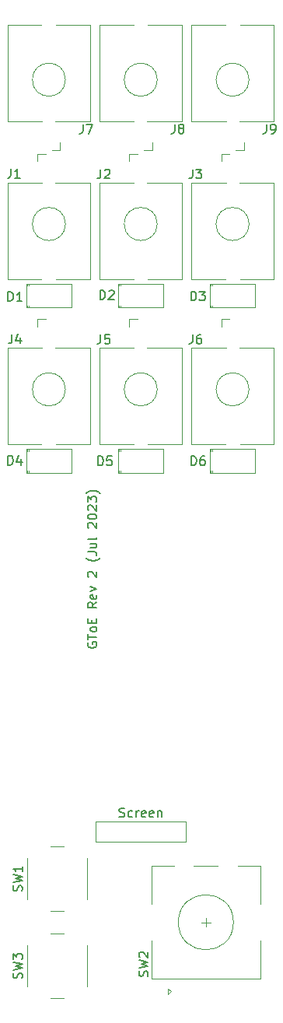
<source format=gbr>
%TF.GenerationSoftware,KiCad,Pcbnew,6.0.11-2627ca5db0~126~ubuntu22.04.1*%
%TF.CreationDate,2023-07-09T22:08:17+03:00*%
%TF.ProjectId,gtoe,67746f65-2e6b-4696-9361-645f70636258,rev?*%
%TF.SameCoordinates,Original*%
%TF.FileFunction,Legend,Top*%
%TF.FilePolarity,Positive*%
%FSLAX46Y46*%
G04 Gerber Fmt 4.6, Leading zero omitted, Abs format (unit mm)*
G04 Created by KiCad (PCBNEW 6.0.11-2627ca5db0~126~ubuntu22.04.1) date 2023-07-09 22:08:17*
%MOMM*%
%LPD*%
G01*
G04 APERTURE LIST*
%ADD10C,0.150000*%
%ADD11C,0.120000*%
G04 APERTURE END LIST*
D10*
X109050000Y-107550000D02*
X109002380Y-107645238D01*
X109002380Y-107788095D01*
X109050000Y-107930952D01*
X109145238Y-108026190D01*
X109240476Y-108073809D01*
X109430952Y-108121428D01*
X109573809Y-108121428D01*
X109764285Y-108073809D01*
X109859523Y-108026190D01*
X109954761Y-107930952D01*
X110002380Y-107788095D01*
X110002380Y-107692857D01*
X109954761Y-107550000D01*
X109907142Y-107502380D01*
X109573809Y-107502380D01*
X109573809Y-107692857D01*
X109002380Y-107216666D02*
X109002380Y-106645238D01*
X110002380Y-106930952D02*
X109002380Y-106930952D01*
X110002380Y-106169047D02*
X109954761Y-106264285D01*
X109907142Y-106311904D01*
X109811904Y-106359523D01*
X109526190Y-106359523D01*
X109430952Y-106311904D01*
X109383333Y-106264285D01*
X109335714Y-106169047D01*
X109335714Y-106026190D01*
X109383333Y-105930952D01*
X109430952Y-105883333D01*
X109526190Y-105835714D01*
X109811904Y-105835714D01*
X109907142Y-105883333D01*
X109954761Y-105930952D01*
X110002380Y-106026190D01*
X110002380Y-106169047D01*
X109478571Y-105407142D02*
X109478571Y-105073809D01*
X110002380Y-104930952D02*
X110002380Y-105407142D01*
X109002380Y-105407142D01*
X109002380Y-104930952D01*
X110002380Y-103169047D02*
X109526190Y-103502380D01*
X110002380Y-103740476D02*
X109002380Y-103740476D01*
X109002380Y-103359523D01*
X109050000Y-103264285D01*
X109097619Y-103216666D01*
X109192857Y-103169047D01*
X109335714Y-103169047D01*
X109430952Y-103216666D01*
X109478571Y-103264285D01*
X109526190Y-103359523D01*
X109526190Y-103740476D01*
X109954761Y-102359523D02*
X110002380Y-102454761D01*
X110002380Y-102645238D01*
X109954761Y-102740476D01*
X109859523Y-102788095D01*
X109478571Y-102788095D01*
X109383333Y-102740476D01*
X109335714Y-102645238D01*
X109335714Y-102454761D01*
X109383333Y-102359523D01*
X109478571Y-102311904D01*
X109573809Y-102311904D01*
X109669047Y-102788095D01*
X109335714Y-101978571D02*
X110002380Y-101740476D01*
X109335714Y-101502380D01*
X109097619Y-100407142D02*
X109050000Y-100359523D01*
X109002380Y-100264285D01*
X109002380Y-100026190D01*
X109050000Y-99930952D01*
X109097619Y-99883333D01*
X109192857Y-99835714D01*
X109288095Y-99835714D01*
X109430952Y-99883333D01*
X110002380Y-100454761D01*
X110002380Y-99835714D01*
X110383333Y-98359523D02*
X110335714Y-98407142D01*
X110192857Y-98502380D01*
X110097619Y-98550000D01*
X109954761Y-98597619D01*
X109716666Y-98645238D01*
X109526190Y-98645238D01*
X109288095Y-98597619D01*
X109145238Y-98550000D01*
X109050000Y-98502380D01*
X108907142Y-98407142D01*
X108859523Y-98359523D01*
X109002380Y-97692857D02*
X109716666Y-97692857D01*
X109859523Y-97740476D01*
X109954761Y-97835714D01*
X110002380Y-97978571D01*
X110002380Y-98073809D01*
X109335714Y-96788095D02*
X110002380Y-96788095D01*
X109335714Y-97216666D02*
X109859523Y-97216666D01*
X109954761Y-97169047D01*
X110002380Y-97073809D01*
X110002380Y-96930952D01*
X109954761Y-96835714D01*
X109907142Y-96788095D01*
X110002380Y-96169047D02*
X109954761Y-96264285D01*
X109859523Y-96311904D01*
X109002380Y-96311904D01*
X109097619Y-95073809D02*
X109050000Y-95026190D01*
X109002380Y-94930952D01*
X109002380Y-94692857D01*
X109050000Y-94597619D01*
X109097619Y-94550000D01*
X109192857Y-94502380D01*
X109288095Y-94502380D01*
X109430952Y-94550000D01*
X110002380Y-95121428D01*
X110002380Y-94502380D01*
X109002380Y-93883333D02*
X109002380Y-93788095D01*
X109050000Y-93692857D01*
X109097619Y-93645238D01*
X109192857Y-93597619D01*
X109383333Y-93550000D01*
X109621428Y-93550000D01*
X109811904Y-93597619D01*
X109907142Y-93645238D01*
X109954761Y-93692857D01*
X110002380Y-93788095D01*
X110002380Y-93883333D01*
X109954761Y-93978571D01*
X109907142Y-94026190D01*
X109811904Y-94073809D01*
X109621428Y-94121428D01*
X109383333Y-94121428D01*
X109192857Y-94073809D01*
X109097619Y-94026190D01*
X109050000Y-93978571D01*
X109002380Y-93883333D01*
X109097619Y-93169047D02*
X109050000Y-93121428D01*
X109002380Y-93026190D01*
X109002380Y-92788095D01*
X109050000Y-92692857D01*
X109097619Y-92645238D01*
X109192857Y-92597619D01*
X109288095Y-92597619D01*
X109430952Y-92645238D01*
X110002380Y-93216666D01*
X110002380Y-92597619D01*
X109002380Y-92264285D02*
X109002380Y-91645238D01*
X109383333Y-91978571D01*
X109383333Y-91835714D01*
X109430952Y-91740476D01*
X109478571Y-91692857D01*
X109573809Y-91645238D01*
X109811904Y-91645238D01*
X109907142Y-91692857D01*
X109954761Y-91740476D01*
X110002380Y-91835714D01*
X110002380Y-92121428D01*
X109954761Y-92216666D01*
X109907142Y-92264285D01*
X110383333Y-91311904D02*
X110335714Y-91264285D01*
X110192857Y-91169047D01*
X110097619Y-91121428D01*
X109954761Y-91073809D01*
X109716666Y-91026190D01*
X109526190Y-91026190D01*
X109288095Y-91073809D01*
X109145238Y-91121428D01*
X109050000Y-91169047D01*
X108907142Y-91264285D01*
X108859523Y-91311904D01*
%TO.C,J9*%
X128496666Y-51152380D02*
X128496666Y-51866666D01*
X128449047Y-52009523D01*
X128353809Y-52104761D01*
X128210952Y-52152380D01*
X128115714Y-52152380D01*
X129020476Y-52152380D02*
X129210952Y-52152380D01*
X129306190Y-52104761D01*
X129353809Y-52057142D01*
X129449047Y-51914285D01*
X129496666Y-51723809D01*
X129496666Y-51342857D01*
X129449047Y-51247619D01*
X129401428Y-51200000D01*
X129306190Y-51152380D01*
X129115714Y-51152380D01*
X129020476Y-51200000D01*
X128972857Y-51247619D01*
X128925238Y-51342857D01*
X128925238Y-51580952D01*
X128972857Y-51676190D01*
X129020476Y-51723809D01*
X129115714Y-51771428D01*
X129306190Y-51771428D01*
X129401428Y-51723809D01*
X129449047Y-51676190D01*
X129496666Y-51580952D01*
%TO.C,SW3*%
X101854761Y-144083333D02*
X101902380Y-143940476D01*
X101902380Y-143702380D01*
X101854761Y-143607142D01*
X101807142Y-143559523D01*
X101711904Y-143511904D01*
X101616666Y-143511904D01*
X101521428Y-143559523D01*
X101473809Y-143607142D01*
X101426190Y-143702380D01*
X101378571Y-143892857D01*
X101330952Y-143988095D01*
X101283333Y-144035714D01*
X101188095Y-144083333D01*
X101092857Y-144083333D01*
X100997619Y-144035714D01*
X100950000Y-143988095D01*
X100902380Y-143892857D01*
X100902380Y-143654761D01*
X100950000Y-143511904D01*
X100902380Y-143178571D02*
X101902380Y-142940476D01*
X101188095Y-142750000D01*
X101902380Y-142559523D01*
X100902380Y-142321428D01*
X100902380Y-142035714D02*
X100902380Y-141416666D01*
X101283333Y-141750000D01*
X101283333Y-141607142D01*
X101330952Y-141511904D01*
X101378571Y-141464285D01*
X101473809Y-141416666D01*
X101711904Y-141416666D01*
X101807142Y-141464285D01*
X101854761Y-141511904D01*
X101902380Y-141607142D01*
X101902380Y-141892857D01*
X101854761Y-141988095D01*
X101807142Y-142035714D01*
%TO.C,D5*%
X110161904Y-88282380D02*
X110161904Y-87282380D01*
X110400000Y-87282380D01*
X110542857Y-87330000D01*
X110638095Y-87425238D01*
X110685714Y-87520476D01*
X110733333Y-87710952D01*
X110733333Y-87853809D01*
X110685714Y-88044285D01*
X110638095Y-88139523D01*
X110542857Y-88234761D01*
X110400000Y-88282380D01*
X110161904Y-88282380D01*
X111638095Y-87282380D02*
X111161904Y-87282380D01*
X111114285Y-87758571D01*
X111161904Y-87710952D01*
X111257142Y-87663333D01*
X111495238Y-87663333D01*
X111590476Y-87710952D01*
X111638095Y-87758571D01*
X111685714Y-87853809D01*
X111685714Y-88091904D01*
X111638095Y-88187142D01*
X111590476Y-88234761D01*
X111495238Y-88282380D01*
X111257142Y-88282380D01*
X111161904Y-88234761D01*
X111114285Y-88187142D01*
%TO.C,J2*%
X110436666Y-56052380D02*
X110436666Y-56766666D01*
X110389047Y-56909523D01*
X110293809Y-57004761D01*
X110150952Y-57052380D01*
X110055714Y-57052380D01*
X110865238Y-56147619D02*
X110912857Y-56100000D01*
X111008095Y-56052380D01*
X111246190Y-56052380D01*
X111341428Y-56100000D01*
X111389047Y-56147619D01*
X111436666Y-56242857D01*
X111436666Y-56338095D01*
X111389047Y-56480952D01*
X110817619Y-57052380D01*
X111436666Y-57052380D01*
%TO.C,Screen*%
X112466666Y-126504761D02*
X112609523Y-126552380D01*
X112847619Y-126552380D01*
X112942857Y-126504761D01*
X112990476Y-126457142D01*
X113038095Y-126361904D01*
X113038095Y-126266666D01*
X112990476Y-126171428D01*
X112942857Y-126123809D01*
X112847619Y-126076190D01*
X112657142Y-126028571D01*
X112561904Y-125980952D01*
X112514285Y-125933333D01*
X112466666Y-125838095D01*
X112466666Y-125742857D01*
X112514285Y-125647619D01*
X112561904Y-125600000D01*
X112657142Y-125552380D01*
X112895238Y-125552380D01*
X113038095Y-125600000D01*
X113895238Y-126504761D02*
X113800000Y-126552380D01*
X113609523Y-126552380D01*
X113514285Y-126504761D01*
X113466666Y-126457142D01*
X113419047Y-126361904D01*
X113419047Y-126076190D01*
X113466666Y-125980952D01*
X113514285Y-125933333D01*
X113609523Y-125885714D01*
X113800000Y-125885714D01*
X113895238Y-125933333D01*
X114323809Y-126552380D02*
X114323809Y-125885714D01*
X114323809Y-126076190D02*
X114371428Y-125980952D01*
X114419047Y-125933333D01*
X114514285Y-125885714D01*
X114609523Y-125885714D01*
X115323809Y-126504761D02*
X115228571Y-126552380D01*
X115038095Y-126552380D01*
X114942857Y-126504761D01*
X114895238Y-126409523D01*
X114895238Y-126028571D01*
X114942857Y-125933333D01*
X115038095Y-125885714D01*
X115228571Y-125885714D01*
X115323809Y-125933333D01*
X115371428Y-126028571D01*
X115371428Y-126123809D01*
X114895238Y-126219047D01*
X116180952Y-126504761D02*
X116085714Y-126552380D01*
X115895238Y-126552380D01*
X115800000Y-126504761D01*
X115752380Y-126409523D01*
X115752380Y-126028571D01*
X115800000Y-125933333D01*
X115895238Y-125885714D01*
X116085714Y-125885714D01*
X116180952Y-125933333D01*
X116228571Y-126028571D01*
X116228571Y-126123809D01*
X115752380Y-126219047D01*
X116657142Y-125885714D02*
X116657142Y-126552380D01*
X116657142Y-125980952D02*
X116704761Y-125933333D01*
X116800000Y-125885714D01*
X116942857Y-125885714D01*
X117038095Y-125933333D01*
X117085714Y-126028571D01*
X117085714Y-126552380D01*
%TO.C,J5*%
X110436666Y-74052380D02*
X110436666Y-74766666D01*
X110389047Y-74909523D01*
X110293809Y-75004761D01*
X110150952Y-75052380D01*
X110055714Y-75052380D01*
X111389047Y-74052380D02*
X110912857Y-74052380D01*
X110865238Y-74528571D01*
X110912857Y-74480952D01*
X111008095Y-74433333D01*
X111246190Y-74433333D01*
X111341428Y-74480952D01*
X111389047Y-74528571D01*
X111436666Y-74623809D01*
X111436666Y-74861904D01*
X111389047Y-74957142D01*
X111341428Y-75004761D01*
X111246190Y-75052380D01*
X111008095Y-75052380D01*
X110912857Y-75004761D01*
X110865238Y-74957142D01*
%TO.C,D4*%
X100331904Y-88222380D02*
X100331904Y-87222380D01*
X100570000Y-87222380D01*
X100712857Y-87270000D01*
X100808095Y-87365238D01*
X100855714Y-87460476D01*
X100903333Y-87650952D01*
X100903333Y-87793809D01*
X100855714Y-87984285D01*
X100808095Y-88079523D01*
X100712857Y-88174761D01*
X100570000Y-88222380D01*
X100331904Y-88222380D01*
X101760476Y-87555714D02*
X101760476Y-88222380D01*
X101522380Y-87174761D02*
X101284285Y-87889047D01*
X101903333Y-87889047D01*
%TO.C,D3*%
X120281904Y-70342380D02*
X120281904Y-69342380D01*
X120520000Y-69342380D01*
X120662857Y-69390000D01*
X120758095Y-69485238D01*
X120805714Y-69580476D01*
X120853333Y-69770952D01*
X120853333Y-69913809D01*
X120805714Y-70104285D01*
X120758095Y-70199523D01*
X120662857Y-70294761D01*
X120520000Y-70342380D01*
X120281904Y-70342380D01*
X121186666Y-69342380D02*
X121805714Y-69342380D01*
X121472380Y-69723333D01*
X121615238Y-69723333D01*
X121710476Y-69770952D01*
X121758095Y-69818571D01*
X121805714Y-69913809D01*
X121805714Y-70151904D01*
X121758095Y-70247142D01*
X121710476Y-70294761D01*
X121615238Y-70342380D01*
X121329523Y-70342380D01*
X121234285Y-70294761D01*
X121186666Y-70247142D01*
%TO.C,J3*%
X120436666Y-56052380D02*
X120436666Y-56766666D01*
X120389047Y-56909523D01*
X120293809Y-57004761D01*
X120150952Y-57052380D01*
X120055714Y-57052380D01*
X120817619Y-56052380D02*
X121436666Y-56052380D01*
X121103333Y-56433333D01*
X121246190Y-56433333D01*
X121341428Y-56480952D01*
X121389047Y-56528571D01*
X121436666Y-56623809D01*
X121436666Y-56861904D01*
X121389047Y-56957142D01*
X121341428Y-57004761D01*
X121246190Y-57052380D01*
X120960476Y-57052380D01*
X120865238Y-57004761D01*
X120817619Y-56957142D01*
%TO.C,D2*%
X110371904Y-70222380D02*
X110371904Y-69222380D01*
X110610000Y-69222380D01*
X110752857Y-69270000D01*
X110848095Y-69365238D01*
X110895714Y-69460476D01*
X110943333Y-69650952D01*
X110943333Y-69793809D01*
X110895714Y-69984285D01*
X110848095Y-70079523D01*
X110752857Y-70174761D01*
X110610000Y-70222380D01*
X110371904Y-70222380D01*
X111324285Y-69317619D02*
X111371904Y-69270000D01*
X111467142Y-69222380D01*
X111705238Y-69222380D01*
X111800476Y-69270000D01*
X111848095Y-69317619D01*
X111895714Y-69412857D01*
X111895714Y-69508095D01*
X111848095Y-69650952D01*
X111276666Y-70222380D01*
X111895714Y-70222380D01*
%TO.C,SW2*%
X115554761Y-143883333D02*
X115602380Y-143740476D01*
X115602380Y-143502380D01*
X115554761Y-143407142D01*
X115507142Y-143359523D01*
X115411904Y-143311904D01*
X115316666Y-143311904D01*
X115221428Y-143359523D01*
X115173809Y-143407142D01*
X115126190Y-143502380D01*
X115078571Y-143692857D01*
X115030952Y-143788095D01*
X114983333Y-143835714D01*
X114888095Y-143883333D01*
X114792857Y-143883333D01*
X114697619Y-143835714D01*
X114650000Y-143788095D01*
X114602380Y-143692857D01*
X114602380Y-143454761D01*
X114650000Y-143311904D01*
X114602380Y-142978571D02*
X115602380Y-142740476D01*
X114888095Y-142550000D01*
X115602380Y-142359523D01*
X114602380Y-142121428D01*
X114697619Y-141788095D02*
X114650000Y-141740476D01*
X114602380Y-141645238D01*
X114602380Y-141407142D01*
X114650000Y-141311904D01*
X114697619Y-141264285D01*
X114792857Y-141216666D01*
X114888095Y-141216666D01*
X115030952Y-141264285D01*
X115602380Y-141835714D01*
X115602380Y-141216666D01*
%TO.C,J8*%
X118496666Y-51152380D02*
X118496666Y-51866666D01*
X118449047Y-52009523D01*
X118353809Y-52104761D01*
X118210952Y-52152380D01*
X118115714Y-52152380D01*
X119115714Y-51580952D02*
X119020476Y-51533333D01*
X118972857Y-51485714D01*
X118925238Y-51390476D01*
X118925238Y-51342857D01*
X118972857Y-51247619D01*
X119020476Y-51200000D01*
X119115714Y-51152380D01*
X119306190Y-51152380D01*
X119401428Y-51200000D01*
X119449047Y-51247619D01*
X119496666Y-51342857D01*
X119496666Y-51390476D01*
X119449047Y-51485714D01*
X119401428Y-51533333D01*
X119306190Y-51580952D01*
X119115714Y-51580952D01*
X119020476Y-51628571D01*
X118972857Y-51676190D01*
X118925238Y-51771428D01*
X118925238Y-51961904D01*
X118972857Y-52057142D01*
X119020476Y-52104761D01*
X119115714Y-52152380D01*
X119306190Y-52152380D01*
X119401428Y-52104761D01*
X119449047Y-52057142D01*
X119496666Y-51961904D01*
X119496666Y-51771428D01*
X119449047Y-51676190D01*
X119401428Y-51628571D01*
X119306190Y-51580952D01*
%TO.C,J6*%
X120436666Y-74052380D02*
X120436666Y-74766666D01*
X120389047Y-74909523D01*
X120293809Y-75004761D01*
X120150952Y-75052380D01*
X120055714Y-75052380D01*
X121341428Y-74052380D02*
X121150952Y-74052380D01*
X121055714Y-74100000D01*
X121008095Y-74147619D01*
X120912857Y-74290476D01*
X120865238Y-74480952D01*
X120865238Y-74861904D01*
X120912857Y-74957142D01*
X120960476Y-75004761D01*
X121055714Y-75052380D01*
X121246190Y-75052380D01*
X121341428Y-75004761D01*
X121389047Y-74957142D01*
X121436666Y-74861904D01*
X121436666Y-74623809D01*
X121389047Y-74528571D01*
X121341428Y-74480952D01*
X121246190Y-74433333D01*
X121055714Y-74433333D01*
X120960476Y-74480952D01*
X120912857Y-74528571D01*
X120865238Y-74623809D01*
%TO.C,J1*%
X100666666Y-56002380D02*
X100666666Y-56716666D01*
X100619047Y-56859523D01*
X100523809Y-56954761D01*
X100380952Y-57002380D01*
X100285714Y-57002380D01*
X101666666Y-57002380D02*
X101095238Y-57002380D01*
X101380952Y-57002380D02*
X101380952Y-56002380D01*
X101285714Y-56145238D01*
X101190476Y-56240476D01*
X101095238Y-56288095D01*
%TO.C,D6*%
X120301904Y-88262380D02*
X120301904Y-87262380D01*
X120540000Y-87262380D01*
X120682857Y-87310000D01*
X120778095Y-87405238D01*
X120825714Y-87500476D01*
X120873333Y-87690952D01*
X120873333Y-87833809D01*
X120825714Y-88024285D01*
X120778095Y-88119523D01*
X120682857Y-88214761D01*
X120540000Y-88262380D01*
X120301904Y-88262380D01*
X121730476Y-87262380D02*
X121540000Y-87262380D01*
X121444761Y-87310000D01*
X121397142Y-87357619D01*
X121301904Y-87500476D01*
X121254285Y-87690952D01*
X121254285Y-88071904D01*
X121301904Y-88167142D01*
X121349523Y-88214761D01*
X121444761Y-88262380D01*
X121635238Y-88262380D01*
X121730476Y-88214761D01*
X121778095Y-88167142D01*
X121825714Y-88071904D01*
X121825714Y-87833809D01*
X121778095Y-87738571D01*
X121730476Y-87690952D01*
X121635238Y-87643333D01*
X121444761Y-87643333D01*
X121349523Y-87690952D01*
X121301904Y-87738571D01*
X121254285Y-87833809D01*
%TO.C,D1*%
X100361904Y-70392380D02*
X100361904Y-69392380D01*
X100600000Y-69392380D01*
X100742857Y-69440000D01*
X100838095Y-69535238D01*
X100885714Y-69630476D01*
X100933333Y-69820952D01*
X100933333Y-69963809D01*
X100885714Y-70154285D01*
X100838095Y-70249523D01*
X100742857Y-70344761D01*
X100600000Y-70392380D01*
X100361904Y-70392380D01*
X101885714Y-70392380D02*
X101314285Y-70392380D01*
X101600000Y-70392380D02*
X101600000Y-69392380D01*
X101504761Y-69535238D01*
X101409523Y-69630476D01*
X101314285Y-69678095D01*
%TO.C,J4*%
X100766666Y-74002380D02*
X100766666Y-74716666D01*
X100719047Y-74859523D01*
X100623809Y-74954761D01*
X100480952Y-75002380D01*
X100385714Y-75002380D01*
X101671428Y-74335714D02*
X101671428Y-75002380D01*
X101433333Y-73954761D02*
X101195238Y-74669047D01*
X101814285Y-74669047D01*
%TO.C,J7*%
X108496666Y-51152380D02*
X108496666Y-51866666D01*
X108449047Y-52009523D01*
X108353809Y-52104761D01*
X108210952Y-52152380D01*
X108115714Y-52152380D01*
X108877619Y-51152380D02*
X109544285Y-51152380D01*
X109115714Y-52152380D01*
%TO.C,SW1*%
X101854761Y-134583333D02*
X101902380Y-134440476D01*
X101902380Y-134202380D01*
X101854761Y-134107142D01*
X101807142Y-134059523D01*
X101711904Y-134011904D01*
X101616666Y-134011904D01*
X101521428Y-134059523D01*
X101473809Y-134107142D01*
X101426190Y-134202380D01*
X101378571Y-134392857D01*
X101330952Y-134488095D01*
X101283333Y-134535714D01*
X101188095Y-134583333D01*
X101092857Y-134583333D01*
X100997619Y-134535714D01*
X100950000Y-134488095D01*
X100902380Y-134392857D01*
X100902380Y-134154761D01*
X100950000Y-134011904D01*
X100902380Y-133678571D02*
X101902380Y-133440476D01*
X101188095Y-133250000D01*
X101902380Y-133059523D01*
X100902380Y-132821428D01*
X101902380Y-131916666D02*
X101902380Y-132488095D01*
X101902380Y-132202380D02*
X100902380Y-132202380D01*
X101045238Y-132297619D01*
X101140476Y-132392857D01*
X101188095Y-132488095D01*
D11*
%TO.C,J9*%
X120300000Y-50800000D02*
X120300000Y-40300000D01*
X126030000Y-53950000D02*
X126030000Y-53150000D01*
X120300000Y-50800000D02*
X124080000Y-50800000D01*
X120300000Y-40300000D02*
X124000000Y-40300000D01*
X129300000Y-50800000D02*
X129300000Y-40300000D01*
X125600000Y-40300000D02*
X129300000Y-40300000D01*
X126030000Y-53950000D02*
X125170000Y-53950000D01*
X125520000Y-50800000D02*
X129300000Y-50800000D01*
X126600000Y-46300000D02*
G75*
G03*
X126600000Y-46300000I-1800000J0D01*
G01*
%TO.C,SW3*%
X102450000Y-140500000D02*
X102450000Y-145000000D01*
X106450000Y-139250000D02*
X104950000Y-139250000D01*
X104950000Y-146250000D02*
X106450000Y-146250000D01*
X108950000Y-145000000D02*
X108950000Y-140500000D01*
%TO.C,D5*%
X112340000Y-89110000D02*
X117260000Y-89110000D01*
X112460000Y-86490000D02*
X112460000Y-86720000D01*
X112580000Y-86490000D02*
X112580000Y-86720000D01*
X112340000Y-86490000D02*
X112340000Y-89110000D01*
X112460000Y-88880000D02*
X112460000Y-89110000D01*
X112340000Y-86490000D02*
X117260000Y-86490000D01*
X112580000Y-88880000D02*
X112580000Y-89110000D01*
X117260000Y-86490000D02*
X117260000Y-89110000D01*
%TO.C,J2*%
X114080000Y-57500000D02*
X110300000Y-57500000D01*
X113570000Y-54350000D02*
X114430000Y-54350000D01*
X114000000Y-68000000D02*
X110300000Y-68000000D01*
X119300000Y-68000000D02*
X115600000Y-68000000D01*
X113570000Y-54350000D02*
X113570000Y-55150000D01*
X110300000Y-57500000D02*
X110300000Y-68000000D01*
X119300000Y-57500000D02*
X115520000Y-57500000D01*
X119300000Y-57500000D02*
X119300000Y-68000000D01*
X116600000Y-62000000D02*
G75*
G03*
X116600000Y-62000000I-1800000J0D01*
G01*
%TO.C,Screen*%
X119700000Y-127000000D02*
X109900000Y-127000000D01*
X109900000Y-127000000D02*
X109900000Y-129200000D01*
X109900000Y-129200000D02*
X119700000Y-129200000D01*
X119700000Y-129200000D02*
X119700000Y-127000000D01*
%TO.C,J5*%
X119300000Y-75500000D02*
X115520000Y-75500000D01*
X114000000Y-86000000D02*
X110300000Y-86000000D01*
X119300000Y-75500000D02*
X119300000Y-86000000D01*
X114080000Y-75500000D02*
X110300000Y-75500000D01*
X119300000Y-86000000D02*
X115600000Y-86000000D01*
X113570000Y-72350000D02*
X114430000Y-72350000D01*
X113570000Y-72350000D02*
X113570000Y-73150000D01*
X110300000Y-75500000D02*
X110300000Y-86000000D01*
X116600000Y-80000000D02*
G75*
G03*
X116600000Y-80000000I-1800000J0D01*
G01*
%TO.C,D4*%
X102460000Y-86490000D02*
X102460000Y-86720000D01*
X102340000Y-86490000D02*
X107260000Y-86490000D01*
X102580000Y-86490000D02*
X102580000Y-86720000D01*
X102580000Y-88880000D02*
X102580000Y-89110000D01*
X102460000Y-88880000D02*
X102460000Y-89110000D01*
X107260000Y-86490000D02*
X107260000Y-89110000D01*
X102340000Y-86490000D02*
X102340000Y-89110000D01*
X102340000Y-89110000D02*
X107260000Y-89110000D01*
%TO.C,D3*%
X122460000Y-68490000D02*
X122460000Y-68720000D01*
X127260000Y-68490000D02*
X127260000Y-71110000D01*
X122340000Y-68490000D02*
X127260000Y-68490000D01*
X122340000Y-68490000D02*
X122340000Y-71110000D01*
X122580000Y-70880000D02*
X122580000Y-71110000D01*
X122340000Y-71110000D02*
X127260000Y-71110000D01*
X122460000Y-70880000D02*
X122460000Y-71110000D01*
X122580000Y-68490000D02*
X122580000Y-68720000D01*
%TO.C,J3*%
X123570000Y-54350000D02*
X123570000Y-55150000D01*
X129300000Y-57500000D02*
X125520000Y-57500000D01*
X120300000Y-57500000D02*
X120300000Y-68000000D01*
X123570000Y-54350000D02*
X124430000Y-54350000D01*
X124080000Y-57500000D02*
X120300000Y-57500000D01*
X124000000Y-68000000D02*
X120300000Y-68000000D01*
X129300000Y-57500000D02*
X129300000Y-68000000D01*
X129300000Y-68000000D02*
X125600000Y-68000000D01*
X126600000Y-62000000D02*
G75*
G03*
X126600000Y-62000000I-1800000J0D01*
G01*
%TO.C,D2*%
X112340000Y-71110000D02*
X117260000Y-71110000D01*
X112460000Y-70880000D02*
X112460000Y-71110000D01*
X117260000Y-68490000D02*
X117260000Y-71110000D01*
X112340000Y-68490000D02*
X117260000Y-68490000D01*
X112460000Y-68490000D02*
X112460000Y-68720000D01*
X112340000Y-68490000D02*
X112340000Y-71110000D01*
X112580000Y-68490000D02*
X112580000Y-68720000D01*
X112580000Y-70880000D02*
X112580000Y-71110000D01*
%TO.C,SW2*%
X117800000Y-145800000D02*
X117800000Y-145200000D01*
X125400000Y-131900000D02*
X127800000Y-131900000D01*
X116000000Y-140000000D02*
X116000000Y-144100000D01*
X127800000Y-140000000D02*
X127800000Y-144100000D01*
X121900000Y-138500000D02*
X121900000Y-137500000D01*
X127800000Y-131900000D02*
X127800000Y-136000000D01*
X116000000Y-131900000D02*
X118400000Y-131900000D01*
X117800000Y-145200000D02*
X118100000Y-145500000D01*
X121400000Y-138000000D02*
X122400000Y-138000000D01*
X120600000Y-131900000D02*
X123200000Y-131900000D01*
X116000000Y-136000000D02*
X116000000Y-131900000D01*
X116000000Y-144100000D02*
X127800000Y-144100000D01*
X118100000Y-145500000D02*
X117800000Y-145800000D01*
X124900000Y-138000000D02*
G75*
G03*
X124900000Y-138000000I-3000000J0D01*
G01*
%TO.C,J8*%
X116030000Y-53950000D02*
X115170000Y-53950000D01*
X110300000Y-50800000D02*
X110300000Y-40300000D01*
X115600000Y-40300000D02*
X119300000Y-40300000D01*
X110300000Y-40300000D02*
X114000000Y-40300000D01*
X119300000Y-50800000D02*
X119300000Y-40300000D01*
X110300000Y-50800000D02*
X114080000Y-50800000D01*
X115520000Y-50800000D02*
X119300000Y-50800000D01*
X116030000Y-53950000D02*
X116030000Y-53150000D01*
X116600000Y-46300000D02*
G75*
G03*
X116600000Y-46300000I-1800000J0D01*
G01*
%TO.C,J6*%
X123570000Y-72350000D02*
X124430000Y-72350000D01*
X124000000Y-86000000D02*
X120300000Y-86000000D01*
X129300000Y-86000000D02*
X125600000Y-86000000D01*
X129300000Y-75500000D02*
X129300000Y-86000000D01*
X120300000Y-75500000D02*
X120300000Y-86000000D01*
X129300000Y-75500000D02*
X125520000Y-75500000D01*
X124080000Y-75500000D02*
X120300000Y-75500000D01*
X123570000Y-72350000D02*
X123570000Y-73150000D01*
X126600000Y-80000000D02*
G75*
G03*
X126600000Y-80000000I-1800000J0D01*
G01*
%TO.C,J1*%
X103570000Y-54350000D02*
X103570000Y-55150000D01*
X109300000Y-57500000D02*
X105520000Y-57500000D01*
X104080000Y-57500000D02*
X100300000Y-57500000D01*
X103570000Y-54350000D02*
X104430000Y-54350000D01*
X104000000Y-68000000D02*
X100300000Y-68000000D01*
X100300000Y-57500000D02*
X100300000Y-68000000D01*
X109300000Y-57500000D02*
X109300000Y-68000000D01*
X109300000Y-68000000D02*
X105600000Y-68000000D01*
X106600000Y-62000000D02*
G75*
G03*
X106600000Y-62000000I-1800000J0D01*
G01*
%TO.C,D6*%
X127260000Y-86490000D02*
X127260000Y-89110000D01*
X122580000Y-88880000D02*
X122580000Y-89110000D01*
X122580000Y-86490000D02*
X122580000Y-86720000D01*
X122460000Y-88880000D02*
X122460000Y-89110000D01*
X122340000Y-86490000D02*
X127260000Y-86490000D01*
X122460000Y-86490000D02*
X122460000Y-86720000D01*
X122340000Y-89110000D02*
X127260000Y-89110000D01*
X122340000Y-86490000D02*
X122340000Y-89110000D01*
%TO.C,D1*%
X102340000Y-68490000D02*
X102340000Y-71110000D01*
X107260000Y-68490000D02*
X107260000Y-71110000D01*
X102580000Y-68490000D02*
X102580000Y-68720000D01*
X102460000Y-68490000D02*
X102460000Y-68720000D01*
X102580000Y-70880000D02*
X102580000Y-71110000D01*
X102460000Y-70880000D02*
X102460000Y-71110000D01*
X102340000Y-71110000D02*
X107260000Y-71110000D01*
X102340000Y-68490000D02*
X107260000Y-68490000D01*
%TO.C,J4*%
X104080000Y-75500000D02*
X100300000Y-75500000D01*
X109300000Y-75500000D02*
X105520000Y-75500000D01*
X109300000Y-86000000D02*
X105600000Y-86000000D01*
X103570000Y-72350000D02*
X103570000Y-73150000D01*
X100300000Y-75500000D02*
X100300000Y-86000000D01*
X103570000Y-72350000D02*
X104430000Y-72350000D01*
X104000000Y-86000000D02*
X100300000Y-86000000D01*
X109300000Y-75500000D02*
X109300000Y-86000000D01*
X106600000Y-80000000D02*
G75*
G03*
X106600000Y-80000000I-1800000J0D01*
G01*
%TO.C,J7*%
X100300000Y-40300000D02*
X104000000Y-40300000D01*
X100300000Y-50800000D02*
X104080000Y-50800000D01*
X100300000Y-50800000D02*
X100300000Y-40300000D01*
X105600000Y-40300000D02*
X109300000Y-40300000D01*
X106030000Y-53950000D02*
X106030000Y-53150000D01*
X109300000Y-50800000D02*
X109300000Y-40300000D01*
X105520000Y-50800000D02*
X109300000Y-50800000D01*
X106030000Y-53950000D02*
X105170000Y-53950000D01*
X106600000Y-46300000D02*
G75*
G03*
X106600000Y-46300000I-1800000J0D01*
G01*
%TO.C,SW1*%
X106450000Y-129750000D02*
X104950000Y-129750000D01*
X104950000Y-136750000D02*
X106450000Y-136750000D01*
X102450000Y-131000000D02*
X102450000Y-135500000D01*
X108950000Y-135500000D02*
X108950000Y-131000000D01*
%TD*%
M02*

</source>
